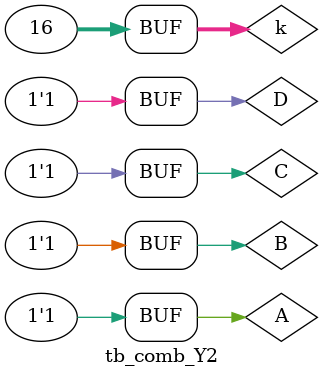
<source format=v>
module tb_comb_Y2;
    wire Y;
    reg A,B,C,D;

    comb_Y2 a(Y, A, B, C, D);

integer k;

    initial 
    begin
        for ( k=1; k<16; k=k+1 )
        begin
            {A,B,C,D} = k;
            #5;
        end
    end

    initial
        $monitor("At time %4t, A=%b, B=%b, C=%b, D=%b, Y=%b",
                    $time, A, B, C, D, Y);
endmodule

</source>
